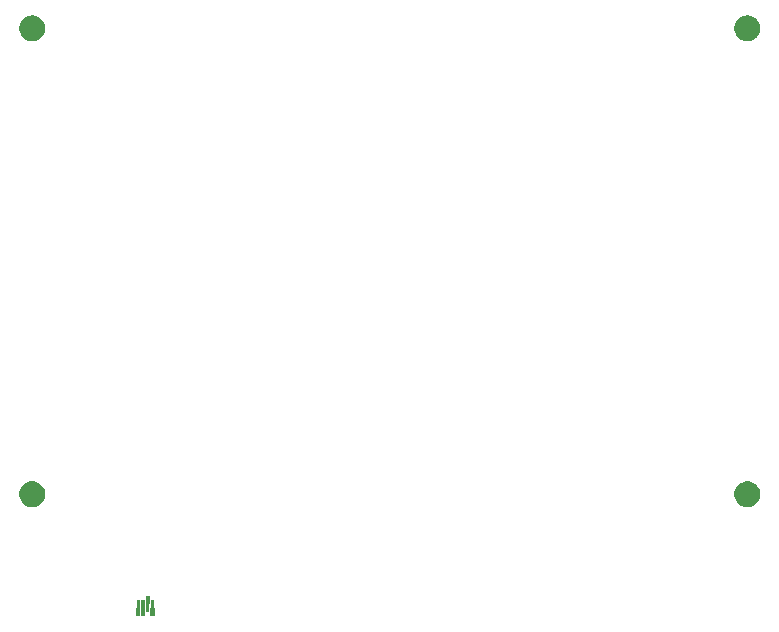
<source format=gbs>
G04 #@! TF.GenerationSoftware,KiCad,Pcbnew,(5.1.4-0-10_14)*
G04 #@! TF.CreationDate,2020-03-30T03:10:15+09:00*
G04 #@! TF.ProjectId,palette1202-PM-back,70616c65-7474-4653-9132-30322d504d2d,rev?*
G04 #@! TF.SameCoordinates,Original*
G04 #@! TF.FileFunction,Soldermask,Bot*
G04 #@! TF.FilePolarity,Negative*
%FSLAX46Y46*%
G04 Gerber Fmt 4.6, Leading zero omitted, Abs format (unit mm)*
G04 Created by KiCad (PCBNEW (5.1.4-0-10_14)) date 2020-03-30 03:10:15*
%MOMM*%
%LPD*%
G04 APERTURE LIST*
%ADD10C,0.100000*%
G04 APERTURE END LIST*
D10*
G36*
X112115564Y-119302795D02*
G01*
X111852238Y-119302795D01*
X111768018Y-120651588D01*
X112115564Y-120651588D01*
X112115564Y-119302795D01*
G37*
G36*
X112514194Y-119302795D02*
G01*
X112241974Y-119302795D01*
X112241974Y-120651588D01*
X112514194Y-120651588D01*
X112514194Y-119302795D01*
G37*
G36*
X112946032Y-118965551D02*
G01*
X112618647Y-118965551D01*
X112618647Y-120314253D01*
X112861995Y-120314253D01*
X112946032Y-118965551D01*
G37*
G36*
X113295960Y-119302789D02*
G01*
X113045333Y-119302789D01*
X112961297Y-120651570D01*
X113380177Y-120651570D01*
X113295960Y-119302789D01*
G37*
G36*
X163762095Y-109222956D02*
G01*
X163868450Y-109244111D01*
X164068820Y-109327107D01*
X164249144Y-109447595D01*
X164402505Y-109600956D01*
X164522993Y-109781280D01*
X164605989Y-109981651D01*
X164648300Y-110194360D01*
X164648300Y-110411240D01*
X164605989Y-110623949D01*
X164522993Y-110824320D01*
X164402505Y-111004644D01*
X164249144Y-111158005D01*
X164068820Y-111278493D01*
X163968634Y-111319991D01*
X163868450Y-111361489D01*
X163762095Y-111382644D01*
X163655740Y-111403800D01*
X163438860Y-111403800D01*
X163332505Y-111382644D01*
X163226150Y-111361489D01*
X163125966Y-111319991D01*
X163025780Y-111278493D01*
X162845456Y-111158005D01*
X162692095Y-111004644D01*
X162571607Y-110824320D01*
X162488611Y-110623949D01*
X162446300Y-110411240D01*
X162446300Y-110194360D01*
X162488611Y-109981651D01*
X162571607Y-109781280D01*
X162692095Y-109600956D01*
X162845456Y-109447595D01*
X163025780Y-109327107D01*
X163226150Y-109244111D01*
X163332505Y-109222956D01*
X163438860Y-109201800D01*
X163655740Y-109201800D01*
X163762095Y-109222956D01*
X163762095Y-109222956D01*
G37*
G36*
X103211795Y-109222956D02*
G01*
X103318150Y-109244111D01*
X103518520Y-109327107D01*
X103698844Y-109447595D01*
X103852205Y-109600956D01*
X103972693Y-109781280D01*
X104055689Y-109981651D01*
X104098000Y-110194360D01*
X104098000Y-110411240D01*
X104055689Y-110623949D01*
X103972693Y-110824320D01*
X103852205Y-111004644D01*
X103698844Y-111158005D01*
X103518520Y-111278493D01*
X103418334Y-111319991D01*
X103318150Y-111361489D01*
X103211795Y-111382644D01*
X103105440Y-111403800D01*
X102888560Y-111403800D01*
X102782205Y-111382644D01*
X102675850Y-111361489D01*
X102575666Y-111319991D01*
X102475480Y-111278493D01*
X102295156Y-111158005D01*
X102141795Y-111004644D01*
X102021307Y-110824320D01*
X101938311Y-110623949D01*
X101896000Y-110411240D01*
X101896000Y-110194360D01*
X101938311Y-109981651D01*
X102021307Y-109781280D01*
X102141795Y-109600956D01*
X102295156Y-109447595D01*
X102475480Y-109327107D01*
X102675850Y-109244111D01*
X102782205Y-109222956D01*
X102888560Y-109201800D01*
X103105440Y-109201800D01*
X103211795Y-109222956D01*
X103211795Y-109222956D01*
G37*
G36*
X163762095Y-69786156D02*
G01*
X163868450Y-69807311D01*
X163968634Y-69848809D01*
X164068820Y-69890307D01*
X164249144Y-70010795D01*
X164402505Y-70164156D01*
X164522993Y-70344480D01*
X164605989Y-70544851D01*
X164648300Y-70757560D01*
X164648300Y-70974440D01*
X164605989Y-71187149D01*
X164522993Y-71387520D01*
X164402505Y-71567844D01*
X164249144Y-71721205D01*
X164068820Y-71841693D01*
X163868450Y-71924689D01*
X163762094Y-71945845D01*
X163655740Y-71967000D01*
X163438860Y-71967000D01*
X163332506Y-71945845D01*
X163226150Y-71924689D01*
X163125966Y-71883191D01*
X163025780Y-71841693D01*
X162845456Y-71721205D01*
X162692095Y-71567844D01*
X162571607Y-71387520D01*
X162488611Y-71187149D01*
X162446300Y-70974440D01*
X162446300Y-70757560D01*
X162488611Y-70544851D01*
X162571607Y-70344480D01*
X162692095Y-70164156D01*
X162845456Y-70010795D01*
X163025780Y-69890307D01*
X163125966Y-69848809D01*
X163226150Y-69807311D01*
X163332505Y-69786156D01*
X163438860Y-69765000D01*
X163655740Y-69765000D01*
X163762095Y-69786156D01*
X163762095Y-69786156D01*
G37*
G36*
X103211795Y-69786156D02*
G01*
X103318150Y-69807311D01*
X103418334Y-69848809D01*
X103518520Y-69890307D01*
X103698844Y-70010795D01*
X103852205Y-70164156D01*
X103972693Y-70344480D01*
X104055689Y-70544851D01*
X104098000Y-70757560D01*
X104098000Y-70974440D01*
X104055689Y-71187149D01*
X103972693Y-71387520D01*
X103852205Y-71567844D01*
X103698844Y-71721205D01*
X103518520Y-71841693D01*
X103318150Y-71924689D01*
X103211794Y-71945845D01*
X103105440Y-71967000D01*
X102888560Y-71967000D01*
X102782206Y-71945845D01*
X102675850Y-71924689D01*
X102575666Y-71883191D01*
X102475480Y-71841693D01*
X102295156Y-71721205D01*
X102141795Y-71567844D01*
X102021307Y-71387520D01*
X101938311Y-71187149D01*
X101896000Y-70974440D01*
X101896000Y-70757560D01*
X101938311Y-70544851D01*
X102021307Y-70344480D01*
X102141795Y-70164156D01*
X102295156Y-70010795D01*
X102475480Y-69890307D01*
X102575666Y-69848809D01*
X102675850Y-69807311D01*
X102782205Y-69786156D01*
X102888560Y-69765000D01*
X103105440Y-69765000D01*
X103211795Y-69786156D01*
X103211795Y-69786156D01*
G37*
M02*

</source>
